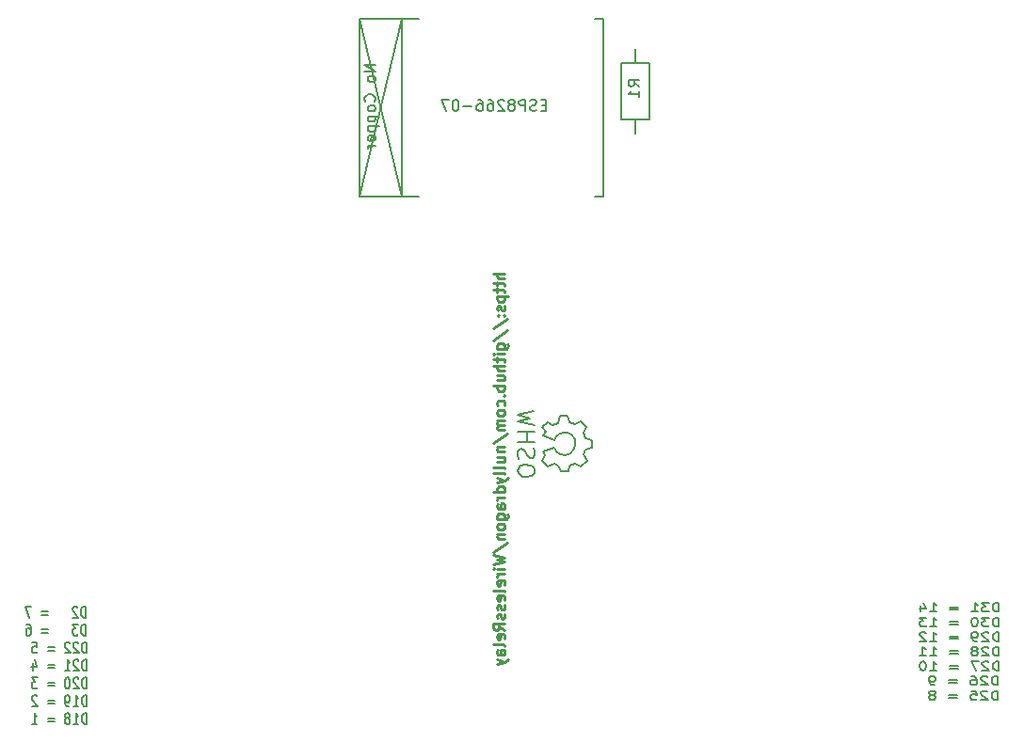
<source format=gbo>
G04 #@! TF.FileFunction,Legend,Bot*
%FSLAX46Y46*%
G04 Gerber Fmt 4.6, Leading zero omitted, Abs format (unit mm)*
G04 Created by KiCad (PCBNEW (2016-01-13 BZR 6465, Git 5af18e5)-product) date Wed 03 Feb 2016 11:46:56 AWST*
%MOMM*%
G01*
G04 APERTURE LIST*
%ADD10C,0.100000*%
%ADD11C,0.250000*%
%ADD12C,0.200000*%
%ADD13C,0.150000*%
%ADD14C,0.152400*%
G04 APERTURE END LIST*
D10*
D11*
X188920381Y-102721379D02*
X187920381Y-102721379D01*
X188920381Y-103149951D02*
X188396571Y-103149951D01*
X188301333Y-103102332D01*
X188253714Y-103007094D01*
X188253714Y-102864236D01*
X188301333Y-102768998D01*
X188348952Y-102721379D01*
X188253714Y-103483284D02*
X188253714Y-103864236D01*
X187920381Y-103626141D02*
X188777524Y-103626141D01*
X188872762Y-103673760D01*
X188920381Y-103768998D01*
X188920381Y-103864236D01*
X188253714Y-104054713D02*
X188253714Y-104435665D01*
X187920381Y-104197570D02*
X188777524Y-104197570D01*
X188872762Y-104245189D01*
X188920381Y-104340427D01*
X188920381Y-104435665D01*
X188253714Y-104768999D02*
X189253714Y-104768999D01*
X188301333Y-104768999D02*
X188253714Y-104864237D01*
X188253714Y-105054714D01*
X188301333Y-105149952D01*
X188348952Y-105197571D01*
X188444190Y-105245190D01*
X188729905Y-105245190D01*
X188825143Y-105197571D01*
X188872762Y-105149952D01*
X188920381Y-105054714D01*
X188920381Y-104864237D01*
X188872762Y-104768999D01*
X188872762Y-105626142D02*
X188920381Y-105721380D01*
X188920381Y-105911856D01*
X188872762Y-106007095D01*
X188777524Y-106054714D01*
X188729905Y-106054714D01*
X188634667Y-106007095D01*
X188587048Y-105911856D01*
X188587048Y-105768999D01*
X188539429Y-105673761D01*
X188444190Y-105626142D01*
X188396571Y-105626142D01*
X188301333Y-105673761D01*
X188253714Y-105768999D01*
X188253714Y-105911856D01*
X188301333Y-106007095D01*
X188825143Y-106483285D02*
X188872762Y-106530904D01*
X188920381Y-106483285D01*
X188872762Y-106435666D01*
X188825143Y-106483285D01*
X188920381Y-106483285D01*
X188301333Y-106483285D02*
X188348952Y-106530904D01*
X188396571Y-106483285D01*
X188348952Y-106435666D01*
X188301333Y-106483285D01*
X188396571Y-106483285D01*
X187872762Y-107673761D02*
X189158476Y-106816618D01*
X187872762Y-108721380D02*
X189158476Y-107864237D01*
X188253714Y-109483285D02*
X189063238Y-109483285D01*
X189158476Y-109435666D01*
X189206095Y-109388047D01*
X189253714Y-109292808D01*
X189253714Y-109149951D01*
X189206095Y-109054713D01*
X188872762Y-109483285D02*
X188920381Y-109388047D01*
X188920381Y-109197570D01*
X188872762Y-109102332D01*
X188825143Y-109054713D01*
X188729905Y-109007094D01*
X188444190Y-109007094D01*
X188348952Y-109054713D01*
X188301333Y-109102332D01*
X188253714Y-109197570D01*
X188253714Y-109388047D01*
X188301333Y-109483285D01*
X188920381Y-109959475D02*
X188253714Y-109959475D01*
X187920381Y-109959475D02*
X187968000Y-109911856D01*
X188015619Y-109959475D01*
X187968000Y-110007094D01*
X187920381Y-109959475D01*
X188015619Y-109959475D01*
X188253714Y-110292808D02*
X188253714Y-110673760D01*
X187920381Y-110435665D02*
X188777524Y-110435665D01*
X188872762Y-110483284D01*
X188920381Y-110578522D01*
X188920381Y-110673760D01*
X188920381Y-111007094D02*
X187920381Y-111007094D01*
X188920381Y-111435666D02*
X188396571Y-111435666D01*
X188301333Y-111388047D01*
X188253714Y-111292809D01*
X188253714Y-111149951D01*
X188301333Y-111054713D01*
X188348952Y-111007094D01*
X188253714Y-112340428D02*
X188920381Y-112340428D01*
X188253714Y-111911856D02*
X188777524Y-111911856D01*
X188872762Y-111959475D01*
X188920381Y-112054713D01*
X188920381Y-112197571D01*
X188872762Y-112292809D01*
X188825143Y-112340428D01*
X188920381Y-112816618D02*
X187920381Y-112816618D01*
X188301333Y-112816618D02*
X188253714Y-112911856D01*
X188253714Y-113102333D01*
X188301333Y-113197571D01*
X188348952Y-113245190D01*
X188444190Y-113292809D01*
X188729905Y-113292809D01*
X188825143Y-113245190D01*
X188872762Y-113197571D01*
X188920381Y-113102333D01*
X188920381Y-112911856D01*
X188872762Y-112816618D01*
X188825143Y-113721380D02*
X188872762Y-113768999D01*
X188920381Y-113721380D01*
X188872762Y-113673761D01*
X188825143Y-113721380D01*
X188920381Y-113721380D01*
X188872762Y-114626142D02*
X188920381Y-114530904D01*
X188920381Y-114340427D01*
X188872762Y-114245189D01*
X188825143Y-114197570D01*
X188729905Y-114149951D01*
X188444190Y-114149951D01*
X188348952Y-114197570D01*
X188301333Y-114245189D01*
X188253714Y-114340427D01*
X188253714Y-114530904D01*
X188301333Y-114626142D01*
X188920381Y-115197570D02*
X188872762Y-115102332D01*
X188825143Y-115054713D01*
X188729905Y-115007094D01*
X188444190Y-115007094D01*
X188348952Y-115054713D01*
X188301333Y-115102332D01*
X188253714Y-115197570D01*
X188253714Y-115340428D01*
X188301333Y-115435666D01*
X188348952Y-115483285D01*
X188444190Y-115530904D01*
X188729905Y-115530904D01*
X188825143Y-115483285D01*
X188872762Y-115435666D01*
X188920381Y-115340428D01*
X188920381Y-115197570D01*
X188920381Y-115959475D02*
X188253714Y-115959475D01*
X188348952Y-115959475D02*
X188301333Y-116007094D01*
X188253714Y-116102332D01*
X188253714Y-116245190D01*
X188301333Y-116340428D01*
X188396571Y-116388047D01*
X188920381Y-116388047D01*
X188396571Y-116388047D02*
X188301333Y-116435666D01*
X188253714Y-116530904D01*
X188253714Y-116673761D01*
X188301333Y-116768999D01*
X188396571Y-116816618D01*
X188920381Y-116816618D01*
X187872762Y-118007094D02*
X189158476Y-117149951D01*
X188253714Y-118340427D02*
X188920381Y-118340427D01*
X188348952Y-118340427D02*
X188301333Y-118388046D01*
X188253714Y-118483284D01*
X188253714Y-118626142D01*
X188301333Y-118721380D01*
X188396571Y-118768999D01*
X188920381Y-118768999D01*
X188253714Y-119673761D02*
X188920381Y-119673761D01*
X188253714Y-119245189D02*
X188777524Y-119245189D01*
X188872762Y-119292808D01*
X188920381Y-119388046D01*
X188920381Y-119530904D01*
X188872762Y-119626142D01*
X188825143Y-119673761D01*
X188920381Y-120292808D02*
X188872762Y-120197570D01*
X188777524Y-120149951D01*
X187920381Y-120149951D01*
X188920381Y-120816618D02*
X188872762Y-120721380D01*
X188777524Y-120673761D01*
X187920381Y-120673761D01*
X188253714Y-121102333D02*
X188920381Y-121340428D01*
X188253714Y-121578524D02*
X188920381Y-121340428D01*
X189158476Y-121245190D01*
X189206095Y-121197571D01*
X189253714Y-121102333D01*
X188920381Y-122388048D02*
X187920381Y-122388048D01*
X188872762Y-122388048D02*
X188920381Y-122292810D01*
X188920381Y-122102333D01*
X188872762Y-122007095D01*
X188825143Y-121959476D01*
X188729905Y-121911857D01*
X188444190Y-121911857D01*
X188348952Y-121959476D01*
X188301333Y-122007095D01*
X188253714Y-122102333D01*
X188253714Y-122292810D01*
X188301333Y-122388048D01*
X188920381Y-122864238D02*
X188253714Y-122864238D01*
X188444190Y-122864238D02*
X188348952Y-122911857D01*
X188301333Y-122959476D01*
X188253714Y-123054714D01*
X188253714Y-123149953D01*
X188920381Y-123911858D02*
X188396571Y-123911858D01*
X188301333Y-123864239D01*
X188253714Y-123769001D01*
X188253714Y-123578524D01*
X188301333Y-123483286D01*
X188872762Y-123911858D02*
X188920381Y-123816620D01*
X188920381Y-123578524D01*
X188872762Y-123483286D01*
X188777524Y-123435667D01*
X188682286Y-123435667D01*
X188587048Y-123483286D01*
X188539429Y-123578524D01*
X188539429Y-123816620D01*
X188491810Y-123911858D01*
X188253714Y-124816620D02*
X189063238Y-124816620D01*
X189158476Y-124769001D01*
X189206095Y-124721382D01*
X189253714Y-124626143D01*
X189253714Y-124483286D01*
X189206095Y-124388048D01*
X188872762Y-124816620D02*
X188920381Y-124721382D01*
X188920381Y-124530905D01*
X188872762Y-124435667D01*
X188825143Y-124388048D01*
X188729905Y-124340429D01*
X188444190Y-124340429D01*
X188348952Y-124388048D01*
X188301333Y-124435667D01*
X188253714Y-124530905D01*
X188253714Y-124721382D01*
X188301333Y-124816620D01*
X188920381Y-125435667D02*
X188872762Y-125340429D01*
X188825143Y-125292810D01*
X188729905Y-125245191D01*
X188444190Y-125245191D01*
X188348952Y-125292810D01*
X188301333Y-125340429D01*
X188253714Y-125435667D01*
X188253714Y-125578525D01*
X188301333Y-125673763D01*
X188348952Y-125721382D01*
X188444190Y-125769001D01*
X188729905Y-125769001D01*
X188825143Y-125721382D01*
X188872762Y-125673763D01*
X188920381Y-125578525D01*
X188920381Y-125435667D01*
X188253714Y-126197572D02*
X188920381Y-126197572D01*
X188348952Y-126197572D02*
X188301333Y-126245191D01*
X188253714Y-126340429D01*
X188253714Y-126483287D01*
X188301333Y-126578525D01*
X188396571Y-126626144D01*
X188920381Y-126626144D01*
X187872762Y-127816620D02*
X189158476Y-126959477D01*
X187920381Y-128054715D02*
X188920381Y-128292810D01*
X188206095Y-128483287D01*
X188920381Y-128673763D01*
X187920381Y-128911858D01*
X188920381Y-129292810D02*
X188253714Y-129292810D01*
X187920381Y-129292810D02*
X187968000Y-129245191D01*
X188015619Y-129292810D01*
X187968000Y-129340429D01*
X187920381Y-129292810D01*
X188015619Y-129292810D01*
X188920381Y-129769000D02*
X188253714Y-129769000D01*
X188444190Y-129769000D02*
X188348952Y-129816619D01*
X188301333Y-129864238D01*
X188253714Y-129959476D01*
X188253714Y-130054715D01*
X188872762Y-130769001D02*
X188920381Y-130673763D01*
X188920381Y-130483286D01*
X188872762Y-130388048D01*
X188777524Y-130340429D01*
X188396571Y-130340429D01*
X188301333Y-130388048D01*
X188253714Y-130483286D01*
X188253714Y-130673763D01*
X188301333Y-130769001D01*
X188396571Y-130816620D01*
X188491810Y-130816620D01*
X188587048Y-130340429D01*
X188920381Y-131388048D02*
X188872762Y-131292810D01*
X188777524Y-131245191D01*
X187920381Y-131245191D01*
X188872762Y-132149954D02*
X188920381Y-132054716D01*
X188920381Y-131864239D01*
X188872762Y-131769001D01*
X188777524Y-131721382D01*
X188396571Y-131721382D01*
X188301333Y-131769001D01*
X188253714Y-131864239D01*
X188253714Y-132054716D01*
X188301333Y-132149954D01*
X188396571Y-132197573D01*
X188491810Y-132197573D01*
X188587048Y-131721382D01*
X188872762Y-132578525D02*
X188920381Y-132673763D01*
X188920381Y-132864239D01*
X188872762Y-132959478D01*
X188777524Y-133007097D01*
X188729905Y-133007097D01*
X188634667Y-132959478D01*
X188587048Y-132864239D01*
X188587048Y-132721382D01*
X188539429Y-132626144D01*
X188444190Y-132578525D01*
X188396571Y-132578525D01*
X188301333Y-132626144D01*
X188253714Y-132721382D01*
X188253714Y-132864239D01*
X188301333Y-132959478D01*
X188872762Y-133388049D02*
X188920381Y-133483287D01*
X188920381Y-133673763D01*
X188872762Y-133769002D01*
X188777524Y-133816621D01*
X188729905Y-133816621D01*
X188634667Y-133769002D01*
X188587048Y-133673763D01*
X188587048Y-133530906D01*
X188539429Y-133435668D01*
X188444190Y-133388049D01*
X188396571Y-133388049D01*
X188301333Y-133435668D01*
X188253714Y-133530906D01*
X188253714Y-133673763D01*
X188301333Y-133769002D01*
X188920381Y-134816621D02*
X188444190Y-134483287D01*
X188920381Y-134245192D02*
X187920381Y-134245192D01*
X187920381Y-134626145D01*
X187968000Y-134721383D01*
X188015619Y-134769002D01*
X188110857Y-134816621D01*
X188253714Y-134816621D01*
X188348952Y-134769002D01*
X188396571Y-134721383D01*
X188444190Y-134626145D01*
X188444190Y-134245192D01*
X188872762Y-135626145D02*
X188920381Y-135530907D01*
X188920381Y-135340430D01*
X188872762Y-135245192D01*
X188777524Y-135197573D01*
X188396571Y-135197573D01*
X188301333Y-135245192D01*
X188253714Y-135340430D01*
X188253714Y-135530907D01*
X188301333Y-135626145D01*
X188396571Y-135673764D01*
X188491810Y-135673764D01*
X188587048Y-135197573D01*
X188920381Y-136245192D02*
X188872762Y-136149954D01*
X188777524Y-136102335D01*
X187920381Y-136102335D01*
X188920381Y-137054717D02*
X188396571Y-137054717D01*
X188301333Y-137007098D01*
X188253714Y-136911860D01*
X188253714Y-136721383D01*
X188301333Y-136626145D01*
X188872762Y-137054717D02*
X188920381Y-136959479D01*
X188920381Y-136721383D01*
X188872762Y-136626145D01*
X188777524Y-136578526D01*
X188682286Y-136578526D01*
X188587048Y-136626145D01*
X188539429Y-136721383D01*
X188539429Y-136959479D01*
X188491810Y-137054717D01*
X188253714Y-137435669D02*
X188920381Y-137673764D01*
X188253714Y-137911860D02*
X188920381Y-137673764D01*
X189158476Y-137578526D01*
X189206095Y-137530907D01*
X189253714Y-137435669D01*
D12*
X233404919Y-133180905D02*
X233404919Y-132380905D01*
X233166824Y-132380905D01*
X233023966Y-132419000D01*
X232928728Y-132495190D01*
X232881109Y-132571381D01*
X232833490Y-132723762D01*
X232833490Y-132838048D01*
X232881109Y-132990429D01*
X232928728Y-133066619D01*
X233023966Y-133142810D01*
X233166824Y-133180905D01*
X233404919Y-133180905D01*
X232500157Y-132380905D02*
X231881109Y-132380905D01*
X232214443Y-132685667D01*
X232071585Y-132685667D01*
X231976347Y-132723762D01*
X231928728Y-132761857D01*
X231881109Y-132838048D01*
X231881109Y-133028524D01*
X231928728Y-133104714D01*
X231976347Y-133142810D01*
X232071585Y-133180905D01*
X232357300Y-133180905D01*
X232452538Y-133142810D01*
X232500157Y-133104714D01*
X230928728Y-133180905D02*
X231500157Y-133180905D01*
X231214443Y-133180905D02*
X231214443Y-132380905D01*
X231309681Y-132495190D01*
X231404919Y-132571381D01*
X231500157Y-132609476D01*
X229738252Y-132761857D02*
X228976347Y-132761857D01*
X228976347Y-132990429D02*
X229738252Y-132990429D01*
X227214442Y-133180905D02*
X227785871Y-133180905D01*
X227500157Y-133180905D02*
X227500157Y-132380905D01*
X227595395Y-132495190D01*
X227690633Y-132571381D01*
X227785871Y-132609476D01*
X226357299Y-132647571D02*
X226357299Y-133180905D01*
X226595395Y-132342810D02*
X226833490Y-132914238D01*
X226214442Y-132914238D01*
X233404919Y-134500905D02*
X233404919Y-133700905D01*
X233166824Y-133700905D01*
X233023966Y-133739000D01*
X232928728Y-133815190D01*
X232881109Y-133891381D01*
X232833490Y-134043762D01*
X232833490Y-134158048D01*
X232881109Y-134310429D01*
X232928728Y-134386619D01*
X233023966Y-134462810D01*
X233166824Y-134500905D01*
X233404919Y-134500905D01*
X232500157Y-133700905D02*
X231881109Y-133700905D01*
X232214443Y-134005667D01*
X232071585Y-134005667D01*
X231976347Y-134043762D01*
X231928728Y-134081857D01*
X231881109Y-134158048D01*
X231881109Y-134348524D01*
X231928728Y-134424714D01*
X231976347Y-134462810D01*
X232071585Y-134500905D01*
X232357300Y-134500905D01*
X232452538Y-134462810D01*
X232500157Y-134424714D01*
X231262062Y-133700905D02*
X231166823Y-133700905D01*
X231071585Y-133739000D01*
X231023966Y-133777095D01*
X230976347Y-133853286D01*
X230928728Y-134005667D01*
X230928728Y-134196143D01*
X230976347Y-134348524D01*
X231023966Y-134424714D01*
X231071585Y-134462810D01*
X231166823Y-134500905D01*
X231262062Y-134500905D01*
X231357300Y-134462810D01*
X231404919Y-134424714D01*
X231452538Y-134348524D01*
X231500157Y-134196143D01*
X231500157Y-134005667D01*
X231452538Y-133853286D01*
X231404919Y-133777095D01*
X231357300Y-133739000D01*
X231262062Y-133700905D01*
X229738252Y-134081857D02*
X228976347Y-134081857D01*
X228976347Y-134310429D02*
X229738252Y-134310429D01*
X227214442Y-134500905D02*
X227785871Y-134500905D01*
X227500157Y-134500905D02*
X227500157Y-133700905D01*
X227595395Y-133815190D01*
X227690633Y-133891381D01*
X227785871Y-133929476D01*
X226881109Y-133700905D02*
X226262061Y-133700905D01*
X226595395Y-134005667D01*
X226452537Y-134005667D01*
X226357299Y-134043762D01*
X226309680Y-134081857D01*
X226262061Y-134158048D01*
X226262061Y-134348524D01*
X226309680Y-134424714D01*
X226357299Y-134462810D01*
X226452537Y-134500905D01*
X226738252Y-134500905D01*
X226833490Y-134462810D01*
X226881109Y-134424714D01*
X233404919Y-135820905D02*
X233404919Y-135020905D01*
X233166824Y-135020905D01*
X233023966Y-135059000D01*
X232928728Y-135135190D01*
X232881109Y-135211381D01*
X232833490Y-135363762D01*
X232833490Y-135478048D01*
X232881109Y-135630429D01*
X232928728Y-135706619D01*
X233023966Y-135782810D01*
X233166824Y-135820905D01*
X233404919Y-135820905D01*
X232452538Y-135097095D02*
X232404919Y-135059000D01*
X232309681Y-135020905D01*
X232071585Y-135020905D01*
X231976347Y-135059000D01*
X231928728Y-135097095D01*
X231881109Y-135173286D01*
X231881109Y-135249476D01*
X231928728Y-135363762D01*
X232500157Y-135820905D01*
X231881109Y-135820905D01*
X231404919Y-135820905D02*
X231214443Y-135820905D01*
X231119204Y-135782810D01*
X231071585Y-135744714D01*
X230976347Y-135630429D01*
X230928728Y-135478048D01*
X230928728Y-135173286D01*
X230976347Y-135097095D01*
X231023966Y-135059000D01*
X231119204Y-135020905D01*
X231309681Y-135020905D01*
X231404919Y-135059000D01*
X231452538Y-135097095D01*
X231500157Y-135173286D01*
X231500157Y-135363762D01*
X231452538Y-135439952D01*
X231404919Y-135478048D01*
X231309681Y-135516143D01*
X231119204Y-135516143D01*
X231023966Y-135478048D01*
X230976347Y-135439952D01*
X230928728Y-135363762D01*
X229738252Y-135401857D02*
X228976347Y-135401857D01*
X228976347Y-135630429D02*
X229738252Y-135630429D01*
X227214442Y-135820905D02*
X227785871Y-135820905D01*
X227500157Y-135820905D02*
X227500157Y-135020905D01*
X227595395Y-135135190D01*
X227690633Y-135211381D01*
X227785871Y-135249476D01*
X226833490Y-135097095D02*
X226785871Y-135059000D01*
X226690633Y-135020905D01*
X226452537Y-135020905D01*
X226357299Y-135059000D01*
X226309680Y-135097095D01*
X226262061Y-135173286D01*
X226262061Y-135249476D01*
X226309680Y-135363762D01*
X226881109Y-135820905D01*
X226262061Y-135820905D01*
X233404919Y-137140905D02*
X233404919Y-136340905D01*
X233166824Y-136340905D01*
X233023966Y-136379000D01*
X232928728Y-136455190D01*
X232881109Y-136531381D01*
X232833490Y-136683762D01*
X232833490Y-136798048D01*
X232881109Y-136950429D01*
X232928728Y-137026619D01*
X233023966Y-137102810D01*
X233166824Y-137140905D01*
X233404919Y-137140905D01*
X232452538Y-136417095D02*
X232404919Y-136379000D01*
X232309681Y-136340905D01*
X232071585Y-136340905D01*
X231976347Y-136379000D01*
X231928728Y-136417095D01*
X231881109Y-136493286D01*
X231881109Y-136569476D01*
X231928728Y-136683762D01*
X232500157Y-137140905D01*
X231881109Y-137140905D01*
X231309681Y-136683762D02*
X231404919Y-136645667D01*
X231452538Y-136607571D01*
X231500157Y-136531381D01*
X231500157Y-136493286D01*
X231452538Y-136417095D01*
X231404919Y-136379000D01*
X231309681Y-136340905D01*
X231119204Y-136340905D01*
X231023966Y-136379000D01*
X230976347Y-136417095D01*
X230928728Y-136493286D01*
X230928728Y-136531381D01*
X230976347Y-136607571D01*
X231023966Y-136645667D01*
X231119204Y-136683762D01*
X231309681Y-136683762D01*
X231404919Y-136721857D01*
X231452538Y-136759952D01*
X231500157Y-136836143D01*
X231500157Y-136988524D01*
X231452538Y-137064714D01*
X231404919Y-137102810D01*
X231309681Y-137140905D01*
X231119204Y-137140905D01*
X231023966Y-137102810D01*
X230976347Y-137064714D01*
X230928728Y-136988524D01*
X230928728Y-136836143D01*
X230976347Y-136759952D01*
X231023966Y-136721857D01*
X231119204Y-136683762D01*
X229738252Y-136721857D02*
X228976347Y-136721857D01*
X228976347Y-136950429D02*
X229738252Y-136950429D01*
X227214442Y-137140905D02*
X227785871Y-137140905D01*
X227500157Y-137140905D02*
X227500157Y-136340905D01*
X227595395Y-136455190D01*
X227690633Y-136531381D01*
X227785871Y-136569476D01*
X226262061Y-137140905D02*
X226833490Y-137140905D01*
X226547776Y-137140905D02*
X226547776Y-136340905D01*
X226643014Y-136455190D01*
X226738252Y-136531381D01*
X226833490Y-136569476D01*
X233404919Y-138460905D02*
X233404919Y-137660905D01*
X233166824Y-137660905D01*
X233023966Y-137699000D01*
X232928728Y-137775190D01*
X232881109Y-137851381D01*
X232833490Y-138003762D01*
X232833490Y-138118048D01*
X232881109Y-138270429D01*
X232928728Y-138346619D01*
X233023966Y-138422810D01*
X233166824Y-138460905D01*
X233404919Y-138460905D01*
X232452538Y-137737095D02*
X232404919Y-137699000D01*
X232309681Y-137660905D01*
X232071585Y-137660905D01*
X231976347Y-137699000D01*
X231928728Y-137737095D01*
X231881109Y-137813286D01*
X231881109Y-137889476D01*
X231928728Y-138003762D01*
X232500157Y-138460905D01*
X231881109Y-138460905D01*
X231547776Y-137660905D02*
X230881109Y-137660905D01*
X231309681Y-138460905D01*
X229738252Y-138041857D02*
X228976347Y-138041857D01*
X228976347Y-138270429D02*
X229738252Y-138270429D01*
X227214442Y-138460905D02*
X227785871Y-138460905D01*
X227500157Y-138460905D02*
X227500157Y-137660905D01*
X227595395Y-137775190D01*
X227690633Y-137851381D01*
X227785871Y-137889476D01*
X226595395Y-137660905D02*
X226500156Y-137660905D01*
X226404918Y-137699000D01*
X226357299Y-137737095D01*
X226309680Y-137813286D01*
X226262061Y-137965667D01*
X226262061Y-138156143D01*
X226309680Y-138308524D01*
X226357299Y-138384714D01*
X226404918Y-138422810D01*
X226500156Y-138460905D01*
X226595395Y-138460905D01*
X226690633Y-138422810D01*
X226738252Y-138384714D01*
X226785871Y-138308524D01*
X226833490Y-138156143D01*
X226833490Y-137965667D01*
X226785871Y-137813286D01*
X226738252Y-137737095D01*
X226690633Y-137699000D01*
X226595395Y-137660905D01*
X233309681Y-139780905D02*
X233309681Y-138980905D01*
X233071586Y-138980905D01*
X232928728Y-139019000D01*
X232833490Y-139095190D01*
X232785871Y-139171381D01*
X232738252Y-139323762D01*
X232738252Y-139438048D01*
X232785871Y-139590429D01*
X232833490Y-139666619D01*
X232928728Y-139742810D01*
X233071586Y-139780905D01*
X233309681Y-139780905D01*
X232357300Y-139057095D02*
X232309681Y-139019000D01*
X232214443Y-138980905D01*
X231976347Y-138980905D01*
X231881109Y-139019000D01*
X231833490Y-139057095D01*
X231785871Y-139133286D01*
X231785871Y-139209476D01*
X231833490Y-139323762D01*
X232404919Y-139780905D01*
X231785871Y-139780905D01*
X230928728Y-138980905D02*
X231119205Y-138980905D01*
X231214443Y-139019000D01*
X231262062Y-139057095D01*
X231357300Y-139171381D01*
X231404919Y-139323762D01*
X231404919Y-139628524D01*
X231357300Y-139704714D01*
X231309681Y-139742810D01*
X231214443Y-139780905D01*
X231023966Y-139780905D01*
X230928728Y-139742810D01*
X230881109Y-139704714D01*
X230833490Y-139628524D01*
X230833490Y-139438048D01*
X230881109Y-139361857D01*
X230928728Y-139323762D01*
X231023966Y-139285667D01*
X231214443Y-139285667D01*
X231309681Y-139323762D01*
X231357300Y-139361857D01*
X231404919Y-139438048D01*
X229643014Y-139361857D02*
X228881109Y-139361857D01*
X228881109Y-139590429D02*
X229643014Y-139590429D01*
X227595395Y-139780905D02*
X227404919Y-139780905D01*
X227309680Y-139742810D01*
X227262061Y-139704714D01*
X227166823Y-139590429D01*
X227119204Y-139438048D01*
X227119204Y-139133286D01*
X227166823Y-139057095D01*
X227214442Y-139019000D01*
X227309680Y-138980905D01*
X227500157Y-138980905D01*
X227595395Y-139019000D01*
X227643014Y-139057095D01*
X227690633Y-139133286D01*
X227690633Y-139323762D01*
X227643014Y-139399952D01*
X227595395Y-139438048D01*
X227500157Y-139476143D01*
X227309680Y-139476143D01*
X227214442Y-139438048D01*
X227166823Y-139399952D01*
X227119204Y-139323762D01*
X233309681Y-141100905D02*
X233309681Y-140300905D01*
X233071586Y-140300905D01*
X232928728Y-140339000D01*
X232833490Y-140415190D01*
X232785871Y-140491381D01*
X232738252Y-140643762D01*
X232738252Y-140758048D01*
X232785871Y-140910429D01*
X232833490Y-140986619D01*
X232928728Y-141062810D01*
X233071586Y-141100905D01*
X233309681Y-141100905D01*
X232357300Y-140377095D02*
X232309681Y-140339000D01*
X232214443Y-140300905D01*
X231976347Y-140300905D01*
X231881109Y-140339000D01*
X231833490Y-140377095D01*
X231785871Y-140453286D01*
X231785871Y-140529476D01*
X231833490Y-140643762D01*
X232404919Y-141100905D01*
X231785871Y-141100905D01*
X230881109Y-140300905D02*
X231357300Y-140300905D01*
X231404919Y-140681857D01*
X231357300Y-140643762D01*
X231262062Y-140605667D01*
X231023966Y-140605667D01*
X230928728Y-140643762D01*
X230881109Y-140681857D01*
X230833490Y-140758048D01*
X230833490Y-140948524D01*
X230881109Y-141024714D01*
X230928728Y-141062810D01*
X231023966Y-141100905D01*
X231262062Y-141100905D01*
X231357300Y-141062810D01*
X231404919Y-141024714D01*
X229643014Y-140681857D02*
X228881109Y-140681857D01*
X228881109Y-140910429D02*
X229643014Y-140910429D01*
X227500157Y-140643762D02*
X227595395Y-140605667D01*
X227643014Y-140567571D01*
X227690633Y-140491381D01*
X227690633Y-140453286D01*
X227643014Y-140377095D01*
X227595395Y-140339000D01*
X227500157Y-140300905D01*
X227309680Y-140300905D01*
X227214442Y-140339000D01*
X227166823Y-140377095D01*
X227119204Y-140453286D01*
X227119204Y-140491381D01*
X227166823Y-140567571D01*
X227214442Y-140605667D01*
X227309680Y-140643762D01*
X227500157Y-140643762D01*
X227595395Y-140681857D01*
X227643014Y-140719952D01*
X227690633Y-140796143D01*
X227690633Y-140948524D01*
X227643014Y-141024714D01*
X227595395Y-141062810D01*
X227500157Y-141100905D01*
X227309680Y-141100905D01*
X227214442Y-141062810D01*
X227166823Y-141024714D01*
X227119204Y-140948524D01*
X227119204Y-140796143D01*
X227166823Y-140719952D01*
X227214442Y-140681857D01*
X227309680Y-140643762D01*
X151275715Y-133701381D02*
X151275715Y-132701381D01*
X151085239Y-132701381D01*
X150970953Y-132749000D01*
X150894762Y-132844238D01*
X150856667Y-132939476D01*
X150818572Y-133129952D01*
X150818572Y-133272810D01*
X150856667Y-133463286D01*
X150894762Y-133558524D01*
X150970953Y-133653762D01*
X151085239Y-133701381D01*
X151275715Y-133701381D01*
X150513810Y-132796619D02*
X150475715Y-132749000D01*
X150399524Y-132701381D01*
X150209048Y-132701381D01*
X150132858Y-132749000D01*
X150094762Y-132796619D01*
X150056667Y-132891857D01*
X150056667Y-132987095D01*
X150094762Y-133129952D01*
X150551905Y-133701381D01*
X150056667Y-133701381D01*
X147885238Y-133177571D02*
X147275714Y-133177571D01*
X147275714Y-133463286D02*
X147885238Y-133463286D01*
X146361428Y-132701381D02*
X145828095Y-132701381D01*
X146170952Y-133701381D01*
X151275715Y-135301381D02*
X151275715Y-134301381D01*
X151085239Y-134301381D01*
X150970953Y-134349000D01*
X150894762Y-134444238D01*
X150856667Y-134539476D01*
X150818572Y-134729952D01*
X150818572Y-134872810D01*
X150856667Y-135063286D01*
X150894762Y-135158524D01*
X150970953Y-135253762D01*
X151085239Y-135301381D01*
X151275715Y-135301381D01*
X150551905Y-134301381D02*
X150056667Y-134301381D01*
X150323334Y-134682333D01*
X150209048Y-134682333D01*
X150132858Y-134729952D01*
X150094762Y-134777571D01*
X150056667Y-134872810D01*
X150056667Y-135110905D01*
X150094762Y-135206143D01*
X150132858Y-135253762D01*
X150209048Y-135301381D01*
X150437620Y-135301381D01*
X150513810Y-135253762D01*
X150551905Y-135206143D01*
X147885238Y-134777571D02*
X147275714Y-134777571D01*
X147275714Y-135063286D02*
X147885238Y-135063286D01*
X145942381Y-134301381D02*
X146094762Y-134301381D01*
X146170952Y-134349000D01*
X146209047Y-134396619D01*
X146285238Y-134539476D01*
X146323333Y-134729952D01*
X146323333Y-135110905D01*
X146285238Y-135206143D01*
X146247143Y-135253762D01*
X146170952Y-135301381D01*
X146018571Y-135301381D01*
X145942381Y-135253762D01*
X145904285Y-135206143D01*
X145866190Y-135110905D01*
X145866190Y-134872810D01*
X145904285Y-134777571D01*
X145942381Y-134729952D01*
X146018571Y-134682333D01*
X146170952Y-134682333D01*
X146247143Y-134729952D01*
X146285238Y-134777571D01*
X146323333Y-134872810D01*
X151351905Y-136901381D02*
X151351905Y-135901381D01*
X151161429Y-135901381D01*
X151047143Y-135949000D01*
X150970952Y-136044238D01*
X150932857Y-136139476D01*
X150894762Y-136329952D01*
X150894762Y-136472810D01*
X150932857Y-136663286D01*
X150970952Y-136758524D01*
X151047143Y-136853762D01*
X151161429Y-136901381D01*
X151351905Y-136901381D01*
X150590000Y-135996619D02*
X150551905Y-135949000D01*
X150475714Y-135901381D01*
X150285238Y-135901381D01*
X150209048Y-135949000D01*
X150170952Y-135996619D01*
X150132857Y-136091857D01*
X150132857Y-136187095D01*
X150170952Y-136329952D01*
X150628095Y-136901381D01*
X150132857Y-136901381D01*
X149828095Y-135996619D02*
X149790000Y-135949000D01*
X149713809Y-135901381D01*
X149523333Y-135901381D01*
X149447143Y-135949000D01*
X149409047Y-135996619D01*
X149370952Y-136091857D01*
X149370952Y-136187095D01*
X149409047Y-136329952D01*
X149866190Y-136901381D01*
X149370952Y-136901381D01*
X148418571Y-136377571D02*
X147809047Y-136377571D01*
X147809047Y-136663286D02*
X148418571Y-136663286D01*
X146437618Y-135901381D02*
X146818571Y-135901381D01*
X146856666Y-136377571D01*
X146818571Y-136329952D01*
X146742380Y-136282333D01*
X146551904Y-136282333D01*
X146475714Y-136329952D01*
X146437618Y-136377571D01*
X146399523Y-136472810D01*
X146399523Y-136710905D01*
X146437618Y-136806143D01*
X146475714Y-136853762D01*
X146551904Y-136901381D01*
X146742380Y-136901381D01*
X146818571Y-136853762D01*
X146856666Y-136806143D01*
X151351905Y-138501381D02*
X151351905Y-137501381D01*
X151161429Y-137501381D01*
X151047143Y-137549000D01*
X150970952Y-137644238D01*
X150932857Y-137739476D01*
X150894762Y-137929952D01*
X150894762Y-138072810D01*
X150932857Y-138263286D01*
X150970952Y-138358524D01*
X151047143Y-138453762D01*
X151161429Y-138501381D01*
X151351905Y-138501381D01*
X150590000Y-137596619D02*
X150551905Y-137549000D01*
X150475714Y-137501381D01*
X150285238Y-137501381D01*
X150209048Y-137549000D01*
X150170952Y-137596619D01*
X150132857Y-137691857D01*
X150132857Y-137787095D01*
X150170952Y-137929952D01*
X150628095Y-138501381D01*
X150132857Y-138501381D01*
X149370952Y-138501381D02*
X149828095Y-138501381D01*
X149599524Y-138501381D02*
X149599524Y-137501381D01*
X149675714Y-137644238D01*
X149751905Y-137739476D01*
X149828095Y-137787095D01*
X148418571Y-137977571D02*
X147809047Y-137977571D01*
X147809047Y-138263286D02*
X148418571Y-138263286D01*
X146475714Y-137834714D02*
X146475714Y-138501381D01*
X146666190Y-137453762D02*
X146856666Y-138168048D01*
X146361428Y-138168048D01*
X151351905Y-140101381D02*
X151351905Y-139101381D01*
X151161429Y-139101381D01*
X151047143Y-139149000D01*
X150970952Y-139244238D01*
X150932857Y-139339476D01*
X150894762Y-139529952D01*
X150894762Y-139672810D01*
X150932857Y-139863286D01*
X150970952Y-139958524D01*
X151047143Y-140053762D01*
X151161429Y-140101381D01*
X151351905Y-140101381D01*
X150590000Y-139196619D02*
X150551905Y-139149000D01*
X150475714Y-139101381D01*
X150285238Y-139101381D01*
X150209048Y-139149000D01*
X150170952Y-139196619D01*
X150132857Y-139291857D01*
X150132857Y-139387095D01*
X150170952Y-139529952D01*
X150628095Y-140101381D01*
X150132857Y-140101381D01*
X149637619Y-139101381D02*
X149561428Y-139101381D01*
X149485238Y-139149000D01*
X149447143Y-139196619D01*
X149409047Y-139291857D01*
X149370952Y-139482333D01*
X149370952Y-139720429D01*
X149409047Y-139910905D01*
X149447143Y-140006143D01*
X149485238Y-140053762D01*
X149561428Y-140101381D01*
X149637619Y-140101381D01*
X149713809Y-140053762D01*
X149751905Y-140006143D01*
X149790000Y-139910905D01*
X149828095Y-139720429D01*
X149828095Y-139482333D01*
X149790000Y-139291857D01*
X149751905Y-139196619D01*
X149713809Y-139149000D01*
X149637619Y-139101381D01*
X148418571Y-139577571D02*
X147809047Y-139577571D01*
X147809047Y-139863286D02*
X148418571Y-139863286D01*
X146894761Y-139101381D02*
X146399523Y-139101381D01*
X146666190Y-139482333D01*
X146551904Y-139482333D01*
X146475714Y-139529952D01*
X146437618Y-139577571D01*
X146399523Y-139672810D01*
X146399523Y-139910905D01*
X146437618Y-140006143D01*
X146475714Y-140053762D01*
X146551904Y-140101381D01*
X146780476Y-140101381D01*
X146856666Y-140053762D01*
X146894761Y-140006143D01*
X151351905Y-141701381D02*
X151351905Y-140701381D01*
X151161429Y-140701381D01*
X151047143Y-140749000D01*
X150970952Y-140844238D01*
X150932857Y-140939476D01*
X150894762Y-141129952D01*
X150894762Y-141272810D01*
X150932857Y-141463286D01*
X150970952Y-141558524D01*
X151047143Y-141653762D01*
X151161429Y-141701381D01*
X151351905Y-141701381D01*
X150132857Y-141701381D02*
X150590000Y-141701381D01*
X150361429Y-141701381D02*
X150361429Y-140701381D01*
X150437619Y-140844238D01*
X150513810Y-140939476D01*
X150590000Y-140987095D01*
X149751905Y-141701381D02*
X149599524Y-141701381D01*
X149523333Y-141653762D01*
X149485238Y-141606143D01*
X149409047Y-141463286D01*
X149370952Y-141272810D01*
X149370952Y-140891857D01*
X149409047Y-140796619D01*
X149447143Y-140749000D01*
X149523333Y-140701381D01*
X149675714Y-140701381D01*
X149751905Y-140749000D01*
X149790000Y-140796619D01*
X149828095Y-140891857D01*
X149828095Y-141129952D01*
X149790000Y-141225190D01*
X149751905Y-141272810D01*
X149675714Y-141320429D01*
X149523333Y-141320429D01*
X149447143Y-141272810D01*
X149409047Y-141225190D01*
X149370952Y-141129952D01*
X148418571Y-141177571D02*
X147809047Y-141177571D01*
X147809047Y-141463286D02*
X148418571Y-141463286D01*
X146856666Y-140796619D02*
X146818571Y-140749000D01*
X146742380Y-140701381D01*
X146551904Y-140701381D01*
X146475714Y-140749000D01*
X146437618Y-140796619D01*
X146399523Y-140891857D01*
X146399523Y-140987095D01*
X146437618Y-141129952D01*
X146894761Y-141701381D01*
X146399523Y-141701381D01*
X151351905Y-143301381D02*
X151351905Y-142301381D01*
X151161429Y-142301381D01*
X151047143Y-142349000D01*
X150970952Y-142444238D01*
X150932857Y-142539476D01*
X150894762Y-142729952D01*
X150894762Y-142872810D01*
X150932857Y-143063286D01*
X150970952Y-143158524D01*
X151047143Y-143253762D01*
X151161429Y-143301381D01*
X151351905Y-143301381D01*
X150132857Y-143301381D02*
X150590000Y-143301381D01*
X150361429Y-143301381D02*
X150361429Y-142301381D01*
X150437619Y-142444238D01*
X150513810Y-142539476D01*
X150590000Y-142587095D01*
X149675714Y-142729952D02*
X149751905Y-142682333D01*
X149790000Y-142634714D01*
X149828095Y-142539476D01*
X149828095Y-142491857D01*
X149790000Y-142396619D01*
X149751905Y-142349000D01*
X149675714Y-142301381D01*
X149523333Y-142301381D01*
X149447143Y-142349000D01*
X149409047Y-142396619D01*
X149370952Y-142491857D01*
X149370952Y-142539476D01*
X149409047Y-142634714D01*
X149447143Y-142682333D01*
X149523333Y-142729952D01*
X149675714Y-142729952D01*
X149751905Y-142777571D01*
X149790000Y-142825190D01*
X149828095Y-142920429D01*
X149828095Y-143110905D01*
X149790000Y-143206143D01*
X149751905Y-143253762D01*
X149675714Y-143301381D01*
X149523333Y-143301381D01*
X149447143Y-143253762D01*
X149409047Y-143206143D01*
X149370952Y-143110905D01*
X149370952Y-142920429D01*
X149409047Y-142825190D01*
X149447143Y-142777571D01*
X149523333Y-142729952D01*
X148418571Y-142777571D02*
X147809047Y-142777571D01*
X147809047Y-143063286D02*
X148418571Y-143063286D01*
X146399523Y-143301381D02*
X146856666Y-143301381D01*
X146628095Y-143301381D02*
X146628095Y-142301381D01*
X146704285Y-142444238D01*
X146780476Y-142539476D01*
X146856666Y-142587095D01*
D13*
X199390000Y-83820000D02*
X199390000Y-88900000D01*
X199390000Y-88900000D02*
X201930000Y-88900000D01*
X201930000Y-88900000D02*
X201930000Y-83820000D01*
X201930000Y-83820000D02*
X199390000Y-83820000D01*
X200660000Y-83820000D02*
X200660000Y-82550000D01*
X200660000Y-88900000D02*
X200660000Y-90170000D01*
D14*
X175845000Y-79772000D02*
X175845000Y-95772000D01*
X175845000Y-95772000D02*
X181245000Y-95772000D01*
X175845000Y-79772000D02*
X181245000Y-79772000D01*
X197045000Y-79772000D02*
X197845000Y-79772000D01*
X197845000Y-79772000D02*
X197845000Y-95772000D01*
X197845000Y-95772000D02*
X197045000Y-95772000D01*
X175845000Y-95772000D02*
X179645000Y-79772000D01*
X175845000Y-79772000D02*
X179645000Y-95772000D01*
X179645000Y-79764000D02*
X179645000Y-95764000D01*
D13*
X191607440Y-116403120D02*
X190136780Y-116042440D01*
X190136780Y-116042440D02*
X191198500Y-115763040D01*
X191198500Y-115763040D02*
X190126620Y-115453160D01*
X190126620Y-115453160D02*
X191576960Y-115112800D01*
X190916560Y-117822980D02*
X190926720Y-117033040D01*
X190926720Y-117033040D02*
X190916560Y-117022880D01*
X190916560Y-117022880D02*
X190926720Y-117022880D01*
X191637920Y-116982240D02*
X190096140Y-116982240D01*
X191648080Y-117871240D02*
X190078360Y-117871240D01*
X190078360Y-117871240D02*
X190088520Y-117861080D01*
X191546480Y-118422420D02*
X191627760Y-118772940D01*
X191627760Y-118772940D02*
X191637920Y-119092980D01*
X191637920Y-119092980D02*
X191437260Y-119331740D01*
X191437260Y-119331740D02*
X191168020Y-119362220D01*
X191168020Y-119362220D02*
X190926720Y-119120920D01*
X190926720Y-119120920D02*
X190797180Y-118732300D01*
X190797180Y-118732300D02*
X190637160Y-118551960D01*
X190637160Y-118551960D02*
X190337440Y-118511320D01*
X190337440Y-118511320D02*
X190116460Y-118742460D01*
X190116460Y-118742460D02*
X190088520Y-119062500D01*
X190088520Y-119062500D02*
X190197740Y-119413020D01*
X191648080Y-120451880D02*
X191627760Y-120700800D01*
X191627760Y-120700800D02*
X191386460Y-120942100D01*
X191386460Y-120942100D02*
X190896240Y-121031000D01*
X190896240Y-121031000D02*
X190548260Y-121003060D01*
X190548260Y-121003060D02*
X190228220Y-120802400D01*
X190228220Y-120802400D02*
X190106300Y-120550940D01*
X190106300Y-120550940D02*
X190177420Y-120241060D01*
X190177420Y-120241060D02*
X190357760Y-120022620D01*
X190357760Y-120022620D02*
X190817500Y-119951500D01*
X190817500Y-119951500D02*
X191226440Y-120002300D01*
X191226440Y-120002300D02*
X191508380Y-120111520D01*
X191508380Y-120111520D02*
X191637920Y-120472200D01*
X193367660Y-119852440D02*
X192806320Y-120111520D01*
X192806320Y-120111520D02*
X192288160Y-119573040D01*
X192288160Y-119573040D02*
X192557400Y-119052340D01*
X192557400Y-119052340D02*
X192397380Y-118772940D01*
X192417700Y-117332760D02*
X192608200Y-117002560D01*
X192608200Y-117002560D02*
X192278000Y-116563140D01*
X192278000Y-116563140D02*
X192768220Y-116090700D01*
X192768220Y-116090700D02*
X193248280Y-116372640D01*
X193248280Y-116372640D02*
X193718180Y-116182140D01*
X193718180Y-116182140D02*
X193906140Y-115572540D01*
X193906140Y-115572540D02*
X194586860Y-115572540D01*
X194586860Y-115572540D02*
X194726560Y-116131340D01*
X194726560Y-116131340D02*
X195298060Y-116332000D01*
X195298060Y-116332000D02*
X195767960Y-116062760D01*
X195767960Y-116062760D02*
X196278500Y-116532660D01*
X196278500Y-116532660D02*
X196016880Y-117050820D01*
X196016880Y-117050820D02*
X196217540Y-117520720D01*
X196217540Y-117520720D02*
X196758560Y-117690900D01*
X196758560Y-117690900D02*
X196776340Y-118381780D01*
X196776340Y-118381780D02*
X196227700Y-118592600D01*
X196227700Y-118592600D02*
X196057520Y-119011700D01*
X196057520Y-119011700D02*
X196326760Y-119562880D01*
X196326760Y-119562880D02*
X195798440Y-120081040D01*
X195798440Y-120081040D02*
X195257420Y-119832120D01*
X195257420Y-119832120D02*
X194777360Y-120002300D01*
X194777360Y-120002300D02*
X194678300Y-120550940D01*
X194678300Y-120550940D02*
X193977260Y-120561100D01*
X193977260Y-120561100D02*
X193776600Y-120002300D01*
X193776600Y-120002300D02*
X193377820Y-119862600D01*
X193398140Y-117721380D02*
X193548000Y-117421660D01*
X193548000Y-117421660D02*
X193746120Y-117221000D01*
X193746120Y-117221000D02*
X194147440Y-117071140D01*
X194147440Y-117071140D02*
X194546220Y-117071140D01*
X194546220Y-117071140D02*
X194896740Y-117221000D01*
X194896740Y-117221000D02*
X195247260Y-117673120D01*
X195247260Y-117673120D02*
X195298060Y-118122700D01*
X195298060Y-118122700D02*
X195196460Y-118521480D01*
X195196460Y-118521480D02*
X194848480Y-118922800D01*
X194848480Y-118922800D02*
X194396360Y-119072660D01*
X194396360Y-119072660D02*
X193898520Y-119021860D01*
X193898520Y-119021860D02*
X193596260Y-118772940D01*
X193596260Y-118772940D02*
X193398140Y-118422420D01*
X193398140Y-118422420D02*
X192397380Y-118772940D01*
X193398140Y-117721380D02*
X192397380Y-117322600D01*
X201048881Y-85901234D02*
X200572690Y-85567900D01*
X201048881Y-85329805D02*
X200048881Y-85329805D01*
X200048881Y-85710758D01*
X200096500Y-85805996D01*
X200144119Y-85853615D01*
X200239357Y-85901234D01*
X200382214Y-85901234D01*
X200477452Y-85853615D01*
X200525071Y-85805996D01*
X200572690Y-85710758D01*
X200572690Y-85329805D01*
X201048881Y-86853615D02*
X201048881Y-86282186D01*
X201048881Y-86567900D02*
X200048881Y-86567900D01*
X200191738Y-86472662D01*
X200286976Y-86377424D01*
X200334595Y-86282186D01*
X192652067Y-87558571D02*
X192318733Y-87558571D01*
X192175876Y-88082381D02*
X192652067Y-88082381D01*
X192652067Y-87082381D01*
X192175876Y-87082381D01*
X191794924Y-88034762D02*
X191652067Y-88082381D01*
X191413971Y-88082381D01*
X191318733Y-88034762D01*
X191271114Y-87987143D01*
X191223495Y-87891905D01*
X191223495Y-87796667D01*
X191271114Y-87701429D01*
X191318733Y-87653810D01*
X191413971Y-87606190D01*
X191604448Y-87558571D01*
X191699686Y-87510952D01*
X191747305Y-87463333D01*
X191794924Y-87368095D01*
X191794924Y-87272857D01*
X191747305Y-87177619D01*
X191699686Y-87130000D01*
X191604448Y-87082381D01*
X191366352Y-87082381D01*
X191223495Y-87130000D01*
X190794924Y-88082381D02*
X190794924Y-87082381D01*
X190413971Y-87082381D01*
X190318733Y-87130000D01*
X190271114Y-87177619D01*
X190223495Y-87272857D01*
X190223495Y-87415714D01*
X190271114Y-87510952D01*
X190318733Y-87558571D01*
X190413971Y-87606190D01*
X190794924Y-87606190D01*
X189652067Y-87510952D02*
X189747305Y-87463333D01*
X189794924Y-87415714D01*
X189842543Y-87320476D01*
X189842543Y-87272857D01*
X189794924Y-87177619D01*
X189747305Y-87130000D01*
X189652067Y-87082381D01*
X189461590Y-87082381D01*
X189366352Y-87130000D01*
X189318733Y-87177619D01*
X189271114Y-87272857D01*
X189271114Y-87320476D01*
X189318733Y-87415714D01*
X189366352Y-87463333D01*
X189461590Y-87510952D01*
X189652067Y-87510952D01*
X189747305Y-87558571D01*
X189794924Y-87606190D01*
X189842543Y-87701429D01*
X189842543Y-87891905D01*
X189794924Y-87987143D01*
X189747305Y-88034762D01*
X189652067Y-88082381D01*
X189461590Y-88082381D01*
X189366352Y-88034762D01*
X189318733Y-87987143D01*
X189271114Y-87891905D01*
X189271114Y-87701429D01*
X189318733Y-87606190D01*
X189366352Y-87558571D01*
X189461590Y-87510952D01*
X188890162Y-87177619D02*
X188842543Y-87130000D01*
X188747305Y-87082381D01*
X188509209Y-87082381D01*
X188413971Y-87130000D01*
X188366352Y-87177619D01*
X188318733Y-87272857D01*
X188318733Y-87368095D01*
X188366352Y-87510952D01*
X188937781Y-88082381D01*
X188318733Y-88082381D01*
X187461590Y-87082381D02*
X187652067Y-87082381D01*
X187747305Y-87130000D01*
X187794924Y-87177619D01*
X187890162Y-87320476D01*
X187937781Y-87510952D01*
X187937781Y-87891905D01*
X187890162Y-87987143D01*
X187842543Y-88034762D01*
X187747305Y-88082381D01*
X187556828Y-88082381D01*
X187461590Y-88034762D01*
X187413971Y-87987143D01*
X187366352Y-87891905D01*
X187366352Y-87653810D01*
X187413971Y-87558571D01*
X187461590Y-87510952D01*
X187556828Y-87463333D01*
X187747305Y-87463333D01*
X187842543Y-87510952D01*
X187890162Y-87558571D01*
X187937781Y-87653810D01*
X186509209Y-87082381D02*
X186699686Y-87082381D01*
X186794924Y-87130000D01*
X186842543Y-87177619D01*
X186937781Y-87320476D01*
X186985400Y-87510952D01*
X186985400Y-87891905D01*
X186937781Y-87987143D01*
X186890162Y-88034762D01*
X186794924Y-88082381D01*
X186604447Y-88082381D01*
X186509209Y-88034762D01*
X186461590Y-87987143D01*
X186413971Y-87891905D01*
X186413971Y-87653810D01*
X186461590Y-87558571D01*
X186509209Y-87510952D01*
X186604447Y-87463333D01*
X186794924Y-87463333D01*
X186890162Y-87510952D01*
X186937781Y-87558571D01*
X186985400Y-87653810D01*
X185985400Y-87701429D02*
X185223495Y-87701429D01*
X184556829Y-87082381D02*
X184461590Y-87082381D01*
X184366352Y-87130000D01*
X184318733Y-87177619D01*
X184271114Y-87272857D01*
X184223495Y-87463333D01*
X184223495Y-87701429D01*
X184271114Y-87891905D01*
X184318733Y-87987143D01*
X184366352Y-88034762D01*
X184461590Y-88082381D01*
X184556829Y-88082381D01*
X184652067Y-88034762D01*
X184699686Y-87987143D01*
X184747305Y-87891905D01*
X184794924Y-87701429D01*
X184794924Y-87463333D01*
X184747305Y-87272857D01*
X184699686Y-87177619D01*
X184652067Y-87130000D01*
X184556829Y-87082381D01*
X183890162Y-87082381D02*
X183223495Y-87082381D01*
X183652067Y-88082381D01*
X177297381Y-83949714D02*
X176297381Y-83949714D01*
X177297381Y-84521143D01*
X176297381Y-84521143D01*
X177297381Y-85140190D02*
X177249762Y-85044952D01*
X177202143Y-84997333D01*
X177106905Y-84949714D01*
X176821190Y-84949714D01*
X176725952Y-84997333D01*
X176678333Y-85044952D01*
X176630714Y-85140190D01*
X176630714Y-85283048D01*
X176678333Y-85378286D01*
X176725952Y-85425905D01*
X176821190Y-85473524D01*
X177106905Y-85473524D01*
X177202143Y-85425905D01*
X177249762Y-85378286D01*
X177297381Y-85283048D01*
X177297381Y-85140190D01*
X177202143Y-87235429D02*
X177249762Y-87187810D01*
X177297381Y-87044953D01*
X177297381Y-86949715D01*
X177249762Y-86806857D01*
X177154524Y-86711619D01*
X177059286Y-86664000D01*
X176868810Y-86616381D01*
X176725952Y-86616381D01*
X176535476Y-86664000D01*
X176440238Y-86711619D01*
X176345000Y-86806857D01*
X176297381Y-86949715D01*
X176297381Y-87044953D01*
X176345000Y-87187810D01*
X176392619Y-87235429D01*
X177297381Y-87806857D02*
X177249762Y-87711619D01*
X177202143Y-87664000D01*
X177106905Y-87616381D01*
X176821190Y-87616381D01*
X176725952Y-87664000D01*
X176678333Y-87711619D01*
X176630714Y-87806857D01*
X176630714Y-87949715D01*
X176678333Y-88044953D01*
X176725952Y-88092572D01*
X176821190Y-88140191D01*
X177106905Y-88140191D01*
X177202143Y-88092572D01*
X177249762Y-88044953D01*
X177297381Y-87949715D01*
X177297381Y-87806857D01*
X176630714Y-88568762D02*
X177630714Y-88568762D01*
X176678333Y-88568762D02*
X176630714Y-88664000D01*
X176630714Y-88854477D01*
X176678333Y-88949715D01*
X176725952Y-88997334D01*
X176821190Y-89044953D01*
X177106905Y-89044953D01*
X177202143Y-88997334D01*
X177249762Y-88949715D01*
X177297381Y-88854477D01*
X177297381Y-88664000D01*
X177249762Y-88568762D01*
X176630714Y-89473524D02*
X177630714Y-89473524D01*
X176678333Y-89473524D02*
X176630714Y-89568762D01*
X176630714Y-89759239D01*
X176678333Y-89854477D01*
X176725952Y-89902096D01*
X176821190Y-89949715D01*
X177106905Y-89949715D01*
X177202143Y-89902096D01*
X177249762Y-89854477D01*
X177297381Y-89759239D01*
X177297381Y-89568762D01*
X177249762Y-89473524D01*
X177249762Y-90759239D02*
X177297381Y-90664001D01*
X177297381Y-90473524D01*
X177249762Y-90378286D01*
X177154524Y-90330667D01*
X176773571Y-90330667D01*
X176678333Y-90378286D01*
X176630714Y-90473524D01*
X176630714Y-90664001D01*
X176678333Y-90759239D01*
X176773571Y-90806858D01*
X176868810Y-90806858D01*
X176964048Y-90330667D01*
X177297381Y-91235429D02*
X176630714Y-91235429D01*
X176821190Y-91235429D02*
X176725952Y-91283048D01*
X176678333Y-91330667D01*
X176630714Y-91425905D01*
X176630714Y-91521144D01*
M02*

</source>
